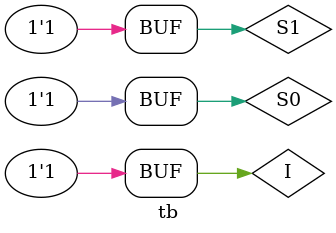
<source format=sv>
module demux_1x4(input i,s1,s0, output logic y3,y2,y1,y0);
  
  always@(i,s1,s0)
       begin
         case({s1,s0})
      2'b00: y0=i;
      2'b01: y1=i;
      2'b10: y2=i;
      2'b11: y3=i;
           
         endcase  
       end
  
endmodule 

//1x4 demux testbench
module tb();
reg I,S1,S0;
wire Y3,Y2,Y1,Y0;
  
  demux_1x4 inst(.i(I), .s1(S1), .s0(S0), .y3(Y3), .y2(Y2), .y1(Y1), .y0(Y0));
  
initial
  begin
    $monitor("I=%b, S1=%b, S0=%b  Y3=%b, Y2=%b, Y1=%b, Y0=%b",I,S1,S0,Y3,Y2,Y1,Y0,$time);
    I=1;
    S1=0; S0=0;
  #2S1=0; S0=1;
  #2S1=1; S0=0;
  #2S1=1; S0=1;  
  end
  
endmodule

</source>
